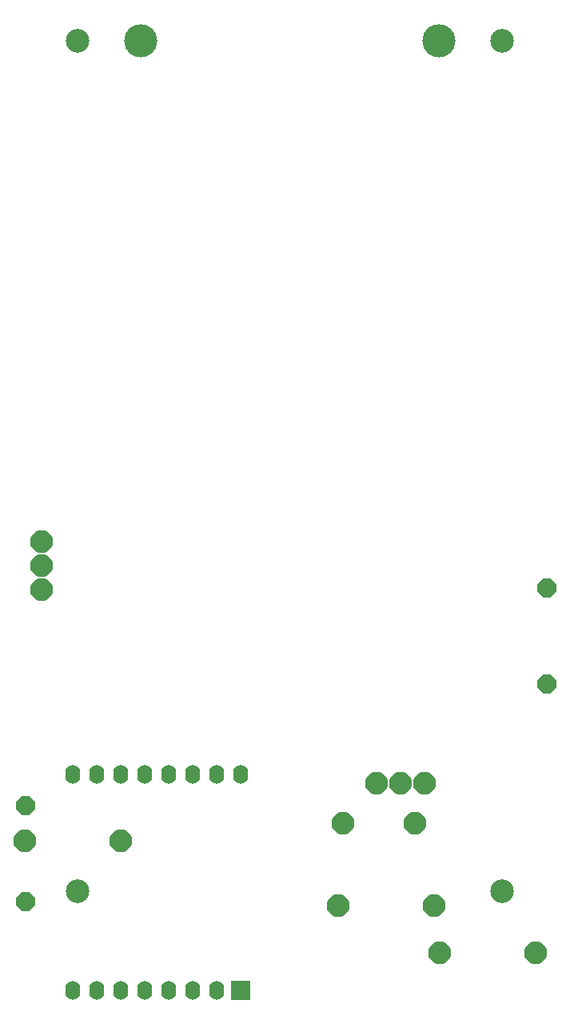
<source format=gbr>
%TF.GenerationSoftware,KiCad,Pcbnew,7.0.7*%
%TF.CreationDate,2023-09-14T14:46:07+02:00*%
%TF.ProjectId,WebW_rfel,57656257-fc72-4666-956c-2e6b69636164,rev?*%
%TF.SameCoordinates,Original*%
%TF.FileFunction,Soldermask,Bot*%
%TF.FilePolarity,Negative*%
%FSLAX46Y46*%
G04 Gerber Fmt 4.6, Leading zero omitted, Abs format (unit mm)*
G04 Created by KiCad (PCBNEW 7.0.7) date 2023-09-14 14:46:07*
%MOMM*%
%LPD*%
G01*
G04 APERTURE LIST*
G04 Aperture macros list*
%AMFreePoly0*
4,1,25,0.494643,1.132196,0.506766,1.121842,1.121842,0.506766,1.150349,0.450818,1.151600,0.434924,1.151600,-0.434924,1.132196,-0.494643,1.121842,-0.506766,0.506766,-1.121842,0.450818,-1.150349,0.434924,-1.151600,-0.434924,-1.151600,-0.494643,-1.132196,-0.506766,-1.121842,-1.121842,-0.506766,-1.150349,-0.450818,-1.151600,-0.434924,-1.151600,0.434924,-1.132196,0.494643,-1.121842,0.506766,
-0.506766,1.121842,-0.450818,1.150349,-0.434924,1.151600,0.434924,1.151600,0.494643,1.132196,0.494643,1.132196,$1*%
%AMFreePoly1*
4,1,25,0.432511,0.982196,0.444634,0.971842,0.971842,0.444634,1.000349,0.388686,1.001600,0.372792,1.001600,-0.372792,0.982196,-0.432511,0.971842,-0.444634,0.444634,-0.971842,0.388686,-1.000349,0.372792,-1.001600,-0.372792,-1.001600,-0.432511,-0.982196,-0.444634,-0.971842,-0.971842,-0.444634,-1.000349,-0.388686,-1.001600,-0.372792,-1.001600,0.372792,-0.982196,0.432511,-0.971842,0.444634,
-0.444634,0.971842,-0.388686,1.000349,-0.372792,1.001600,0.372792,1.001600,0.432511,0.982196,0.432511,0.982196,$1*%
G04 Aperture macros list end*
%ADD10C,3.500000*%
%ADD11FreePoly0,180.000000*%
%ADD12FreePoly0,0.000000*%
%ADD13FreePoly1,270.000000*%
%ADD14C,2.500000*%
%ADD15FreePoly1,90.000000*%
%ADD16FreePoly0,270.000000*%
%ADD17R,2.000000X2.000000*%
%ADD18O,1.600000X2.000000*%
G04 APERTURE END LIST*
D10*
%TO.C,REF\u002A\u002A*%
X117500000Y-52500000D03*
%TD*%
%TO.C,REF\u002A\u002A*%
X149100000Y-52500000D03*
%TD*%
D11*
%TO.C,U2*%
X147540000Y-131000000D03*
X145000000Y-131000000D03*
X142460000Y-131000000D03*
%TD*%
%TO.C,D26*%
X146560000Y-135250000D03*
X138940000Y-135250000D03*
%TD*%
D12*
%TO.C,D28*%
X149170000Y-149000000D03*
X159330000Y-149000000D03*
%TD*%
D13*
%TO.C,BAT1*%
X105250000Y-143580000D03*
X105250000Y-133420000D03*
%TD*%
D14*
%TO.C,REF3*%
X155791100Y-142496400D03*
%TD*%
D15*
%TO.C,R2*%
X160500000Y-120580000D03*
X160500000Y-110420000D03*
%TD*%
D14*
%TO.C,REF1*%
X110791100Y-52496400D03*
%TD*%
%TO.C,REF4*%
X110791100Y-142496400D03*
%TD*%
D12*
%TO.C,R1_THT1*%
X105170000Y-137160000D03*
X115330000Y-137160000D03*
%TD*%
%TO.C,D27*%
X138420000Y-144000000D03*
X148580000Y-144000000D03*
%TD*%
D16*
%TO.C,K1*%
X107000000Y-105460000D03*
X107000000Y-108000000D03*
X107000000Y-110540000D03*
%TD*%
D17*
%TO.C,U1*%
X128070000Y-152945000D03*
D18*
X125530000Y-152945000D03*
X122990000Y-152945000D03*
X120450000Y-152945000D03*
X117910000Y-152945000D03*
X115370000Y-152945000D03*
X112830000Y-152945000D03*
X110290000Y-152945000D03*
X110290000Y-130085000D03*
X112830000Y-130085000D03*
X115370000Y-130085000D03*
X117910000Y-130085000D03*
X120450000Y-130085000D03*
X122990000Y-130085000D03*
X125530000Y-130085000D03*
X128070000Y-130085000D03*
%TD*%
D14*
%TO.C,REF2*%
X155791100Y-52496400D03*
%TD*%
M02*

</source>
